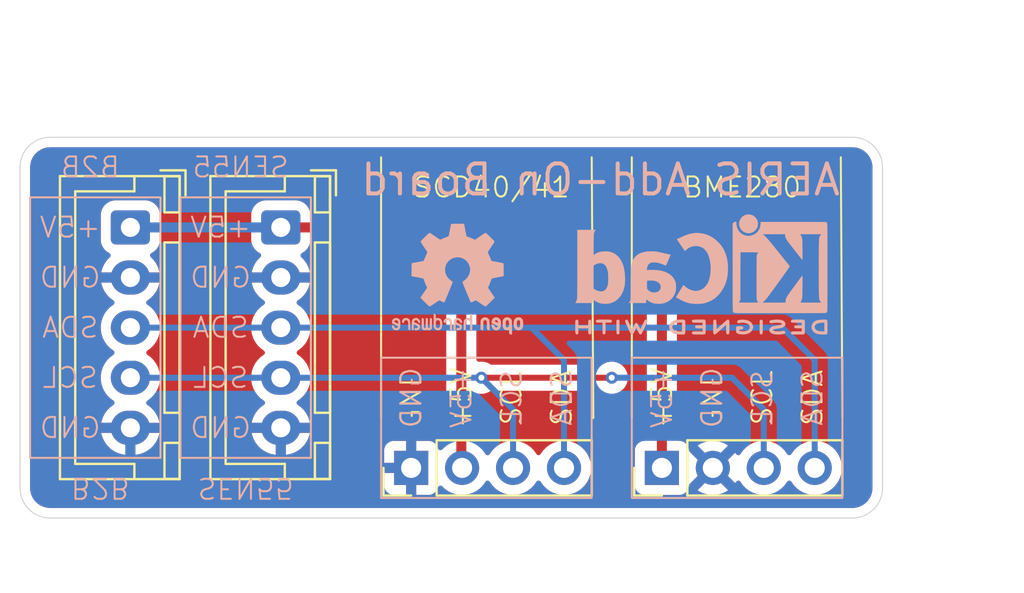
<source format=kicad_pcb>
(kicad_pcb (version 20241229) (generator "pcbnew") (generator_version "9.0")
  (layers (0 "F.Cu" signal) (2 "B.Cu" signal) (13 "F.Paste" user) (15 "B.Paste" user) (5 "F.SilkS" user "F.Silkscreen") (7 "B.SilkS" user "B.Silkscreen") (1 "F.Mask" user) (3 "B.Mask" user) (25 "Edge.Cuts" user))
  (net 0 "")
  (net 1 "/GND")
  (net 2 "/+5V")
  (net 3 "/SDA")
  (net 4 "/SCL")
  (footprint "Connector_PinHeader_2.54mm:PinHeader_1x04_P2.54mm_Vertical" (layer "F.Cu") (at 132 117 90)
    (property "Reference" "J3" (hide yes))
    (property "Value" "Conn_01x04_Pin")
    (pad "1" thru_hole rect (at 0 0 90) (size 1.7 1.7) (drill 1) (layers "*.Cu" "*.Mask") (net 2 "/+5V"))
    (pad "2" thru_hole circle (at 0 2.54 90) (size 1.7 1.7) (drill 1) (layers "*.Cu" "*.Mask") (net 1 "/GND"))
    (pad "3" thru_hole circle (at 0 5.08 90) (size 1.7 1.7) (drill 1) (layers "*.Cu" "*.Mask") (net 4 "/SCL"))
    (pad "4" thru_hole circle (at 0 7.62 90) (size 1.7 1.7) (drill 1) (layers "*.Cu" "*.Mask") (net 3 "/SDA"))
  )
  (footprint "Connector_JST:JST_XH_B5B-XH-A_1x05_P2.50mm_Vertical" (layer "F.Cu") (at 113 105 -90)
    (property "Reference" "J2" (hide yes))
    (property "Value" "Conn_01x05_Socket")
    (pad "1" thru_hole roundrect (at 0 0 270) (size 1.7 1.95) (drill 0.95) (layers "*.Cu" "*.Mask") (roundrect_rratio 0.147059) (net 2 "/+5V"))
    (pad "2" thru_hole oval (at 2.5 0 270) (size 1.7 1.95) (drill 0.95) (layers "*.Cu" "*.Mask") (net 1 "/GND"))
    (pad "3" thru_hole oval (at 5 0 270) (size 1.7 1.95) (drill 0.95) (layers "*.Cu" "*.Mask") (net 3 "/SDA"))
    (pad "4" thru_hole oval (at 7.5 0 270) (size 1.7 1.95) (drill 0.95) (layers "*.Cu" "*.Mask") (net 4 "/SCL"))
    (pad "5" thru_hole oval (at 10 0 270) (size 1.7 1.95) (drill 0.95) (layers "*.Cu" "*.Mask") (net 1 "/GND"))
  )
  (footprint "Connector_PinHeader_2.54mm:PinHeader_1x04_P2.54mm_Vertical" (layer "F.Cu") (at 119.5 117 90)
    (property "Reference" "J4" (hide yes))
    (property "Value" "Conn_01x04_Pin")
    (pad "1" thru_hole rect (at 0 0 90) (size 1.7 1.7) (drill 1) (layers "*.Cu" "*.Mask") (net 1 "/GND"))
    (pad "2" thru_hole circle (at 0 2.54 90) (size 1.7 1.7) (drill 1) (layers "*.Cu" "*.Mask") (net 2 "/+5V"))
    (pad "3" thru_hole circle (at 0 5.08 90) (size 1.7 1.7) (drill 1) (layers "*.Cu" "*.Mask") (net 4 "/SCL"))
    (pad "4" thru_hole circle (at 0 7.62 90) (size 1.7 1.7) (drill 1) (layers "*.Cu" "*.Mask") (net 3 "/SDA"))
  )
  (footprint "Connector_JST:JST_XH_B5B-XH-A_1x05_P2.50mm_Vertical" (layer "F.Cu") (at 105.5 105 -90)
    (property "Reference" "J1" (hide yes))
    (property "Value" "Conn_01x05_Socket")
    (pad "1" thru_hole roundrect (at 0 0 270) (size 1.7 1.95) (drill 0.95) (layers "*.Cu" "*.Mask") (roundrect_rratio 0.147059) (net 2 "/+5V"))
    (pad "2" thru_hole oval (at 2.5 0 270) (size 1.7 1.95) (drill 0.95) (layers "*.Cu" "*.Mask") (net 1 "/GND"))
    (pad "3" thru_hole oval (at 5 0 270) (size 1.7 1.95) (drill 0.95) (layers "*.Cu" "*.Mask") (net 3 "/SDA"))
    (pad "4" thru_hole oval (at 7.5 0 270) (size 1.7 1.95) (drill 0.95) (layers "*.Cu" "*.Mask") (net 4 "/SCL"))
    (pad "5" thru_hole oval (at 10 0 270) (size 1.7 1.95) (drill 0.95) (layers "*.Cu" "*.Mask") (net 1 "/GND"))
  )
  (footprint "Symbol:KiCad-Logo2_5mm_SilkScreen" (layer "B.Cu") (at 133.975796 107.334319 180)
    (property "Reference" "REF**" (hide yes))
    (property "Value" "KiCad-Logo2_5mm_SilkScreen" (hide yes))
  )
  (footprint "Symbol:OSHW-Logo2_7.3x6mm_SilkScreen" (layer "B.Cu") (at 121.813006 107.576766 180)
    (property "Reference" "REF**" (hide yes))
    (property "Value" "OSHW-Logo2_7.3x6mm_SilkScreen" (hide yes))
  )
  (gr_line (start 130.5 114.5) (end 130.5 101.5) (stroke (width 0.1)) (layer "F.SilkS"))
  (gr_line (start 140.92 101.5) (end 141 114.5) (stroke (width 0.1)) (layer "F.SilkS"))
  (gr_line (start 118 114.5) (end 118 101.5) (stroke (width 0.1)) (layer "F.SilkS"))
  (gr_line (start 128.501564 101.5) (end 128.581564 114.514858) (stroke (width 0.1)) (layer "F.SilkS"))
  (gr_rect (start 100.5 103.5) (end 107 116.5) (stroke (width 0.1)) (fill no) (layer "B.SilkS"))
  (gr_rect (start 118 111.5) (end 128.5 118.5) (stroke (width 0.1)) (fill no) (layer "B.SilkS"))
  (gr_rect (start 130.5 111.5) (end 141 118.5) (stroke (width 0.1)) (fill no) (layer "B.SilkS"))
  (gr_rect (start 108 103.5) (end 114.5 116.5) (stroke (width 0.1)) (fill no) (layer "B.SilkS"))
  (gr_arc (start 143 118) (mid 142.56066 119.06066) (end 141.5 119.5) (stroke (width 0.05)) (layer "Edge.Cuts"))
  (gr_arc (start 101.5 119.5) (mid 100.43934 119.06066) (end 100 118) (stroke (width 0.05)) (layer "Edge.Cuts"))
  (gr_line (start 143 118) (end 143 102) (stroke (width 0.05)) (layer "Edge.Cuts"))
  (gr_line (start 141.5 100.5) (end 101.5 100.5) (stroke (width 0.05)) (layer "Edge.Cuts"))
  (gr_arc (start 100 102) (mid 100.43934 100.93934) (end 101.5 100.5) (stroke (width 0.05)) (layer "Edge.Cuts"))
  (gr_line (start 100 102) (end 100 118) (stroke (width 0.05)) (layer "Edge.Cuts"))
  (gr_line (start 101.5 119.5) (end 141.5 119.5) (stroke (width 0.05)) (layer "Edge.Cuts"))
  (gr_arc (start 141.5 100.5) (mid 142.56066 100.93934) (end 143 102) (stroke (width 0.05)) (layer "Edge.Cuts"))
  (gr_text "SDA" (at 139.5 113.5 90) (layer "F.SilkS") (effects (font (size 1 1) (thickness 0.1))))
  (gr_text "SCD40/41" (at 123.5 103 0) (layer "F.SilkS") (effects (font (size 1 1) (thickness 0.1))))
  (gr_text "SCL\n" (at 124.5 113.5 90) (layer "F.SilkS") (effects (font (size 1 1) (thickness 0.1))))
  (gr_text "+5V" (at 132 113.5 90) (layer "F.SilkS") (effects (font (size 1 1) (thickness 0.1))))
  (gr_text "SDA" (at 127 113.5 90) (layer "F.SilkS") (effects (font (size 1 1) (thickness 0.1))))
  (gr_text "GND" (at 134.5 113.5 90) (layer "F.SilkS") (effects (font (size 1 1) (thickness 0.1))))
  (gr_text "GND" (at 119.5 113.5 90) (layer "F.SilkS") (effects (font (size 1 1) (thickness 0.1))))
  (gr_text "+5V" (at 122 113.5 90) (layer "F.SilkS") (effects (font (size 1 1) (thickness 0.1))))
  (gr_text "BME280" (at 136 103 0) (layer "F.SilkS") (effects (font (size 1 1) (thickness 0.1))))
  (gr_text "SCL\n" (at 137 113.5 90) (layer "F.SilkS") (effects (font (size 1 1) (thickness 0.1))))
  (gr_text "AERIS Add-On Board" (at 141 103.5 0) (layer "B.SilkS") (effects (font (size 1.5 1.5) (thickness 0.2) (bold yes)) (justify left bottom mirror)))
  (gr_text "+5V" (at 132 113.5 -270) (layer "B.SilkS") (effects (font (size 1 1) (thickness 0.1)) (justify mirror)))
  (gr_text "GND" (at 102.5 107.5 0) (layer "B.SilkS") (effects (font (size 1 1) (thickness 0.1)) (justify mirror)))
  (gr_text "SCL\n" (at 124.5 113.5 90) (layer "B.SilkS") (effects (font (size 1 1) (thickness 0.1)) (justify mirror)))
  (gr_text "SEN55" (at 111.25 118 180) (layer "B.SilkS") (effects (font (size 1 1) (thickness 0.1)) (justify mirror)))
  (gr_text "B2B" (at 103.5 102 0) (layer "B.SilkS") (effects (font (size 1 1) (thickness 0.1)) (justify mirror)))
  (gr_text "SCL\n" (at 102.5 112.5 0) (layer "B.SilkS") (effects (font (size 1 1) (thickness 0.1)) (justify mirror)))
  (gr_text "+5V" (at 122 113.5 90) (layer "B.SilkS") (effects (font (size 1 1) (thickness 0.1)) (justify mirror)))
  (gr_text "B2B" (at 104 118 180) (layer "B.SilkS") (effects (font (size 1 1) (thickness 0.1)) (justify mirror)))
  (gr_text "SDA" (at 139.5 113.5 -270) (layer "B.SilkS") (effects (font (size 1 1) (thickness 0.1)) (justify mirror)))
  (gr_text "+5V" (at 102.5 105 0) (layer "B.SilkS") (effects (font (size 1 1) (thickness 0.1)) (justify mirror)))
  (gr_text "SDA" (at 127 113.5 90) (layer "B.SilkS") (effects (font (size 1 1) (thickness 0.1)) (justify mirror)))
  (gr_text "SDA" (at 110 110 0) (layer "B.SilkS") (effects (font (size 1 1) (thickness 0.1)) (justify mirror)))
  (gr_text "+5V" (at 110 105 0) (layer "B.SilkS") (effects (font (size 1 1) (thickness 0.1)) (justify mirror)))
  (gr_text "GND" (at 119.5 113.5 90) (layer "B.SilkS") (effects (font (size 1 1) (thickness 0.1)) (justify mirror)))
  (gr_text "SDA" (at 102.5 110 0) (layer "B.SilkS") (effects (font (size 1 1) (thickness 0.1)) (justify mirror)))
  (gr_text "GND" (at 102.5 115 0) (layer "B.SilkS") (effects (font (size 1 1) (thickness 0.1)) (justify mirror)))
  (gr_text "SCL\n" (at 110 112.5 0) (layer "B.SilkS") (effects (font (size 1 1) (thickness 0.1)) (justify mirror)))
  (gr_text "GND" (at 134.5 113.5 -270) (layer "B.SilkS") (effects (font (size 1 1) (thickness 0.1)) (justify mirror)))
  (gr_text "SEN55" (at 111 102 0) (layer "B.SilkS") (effects (font (size 1 1) (thickness 0.1)) (justify mirror)))
  (gr_text "SCL\n" (at 137 113.5 -270) (layer "B.SilkS") (effects (font (size 1 1) (thickness 0.1)) (justify mirror)))
  (gr_text "GND" (at 110 107.5 0) (layer "B.SilkS") (effects (font (size 1 1) (thickness 0.1)) (justify mirror)))
  (gr_text "GND" (at 110 115 0) (layer "B.SilkS") (effects (font (size 1 1) (thickness 0.1)) (justify mirror)))
  (segment (start 130.5 105) (end 132 106.5) (width 0.5) (layer "F.Cu") (net 2))
  (segment (start 113 105) (end 120.5 105) (width 0.5) (layer "F.Cu") (net 2))
  (segment (start 120.5 105) (end 122 106.5) (width 0.5) (layer "F.Cu") (net 2))
  (segment (start 132 106.5) (end 132 117) (width 0.5) (layer "F.Cu") (net 2))
  (segment (start 122 107.5) (end 122 116.92) (width 0.5) (layer "F.Cu") (net 2))
  (segment (start 122 116.92) (end 121.92 117) (width 0.3) (layer "F.Cu") (net 2))
  (segment (start 132 116.96) (end 131.96 117) (width 0.5) (layer "F.Cu") (net 2))
  (segment (start 122 106.5) (end 122 107.5) (width 0.5) (layer "F.Cu") (net 2))
  (segment (start 120.5 105) (end 130.5 105) (width 0.5) (layer "F.Cu") (net 2))
  (segment (start 105.5 105) (end 113 105) (width 0.5) (layer "B.Cu") (net 2))
  (segment (start 138 110) (end 139.62 111.62) (width 0.3) (layer "B.Cu") (net 3))
  (segment (start 125.5 110) (end 138 110) (width 0.3) (layer "B.Cu") (net 3))
  (segment (start 125.5 110) (end 127.12 111.62) (width 0.3) (layer "B.Cu") (net 3))
  (segment (start 105.5 110) (end 113 110) (width 0.3) (layer "B.Cu") (net 3))
  (segment (start 140 116.92) (end 140.08 117) (width 0.3) (layer "B.Cu") (net 3))
  (segment (start 139.62 111.62) (end 139.62 117) (width 0.3) (layer "B.Cu") (net 3))
  (segment (start 113 110) (end 125.5 110) (width 0.3) (layer "B.Cu") (net 3))
  (segment (start 127.12 111.62) (end 127.12 117) (width 0.3) (layer "B.Cu") (net 3))
  (segment (start 123 112.5) (end 129.5 112.5) (width 0.3) (layer "F.Cu") (net 4))
  (via (at 129.5 112.5) (size 0.6) (drill 0.3) (layers "F.Cu" "B.Cu") (net 4))
  (via (at 123 112.5) (size 0.6) (drill 0.3) (layers "F.Cu" "B.Cu") (net 4))
  (segment (start 129.5 112.5) (end 135.5 112.5) (width 0.3) (layer "B.Cu") (net 4))
  (segment (start 123 112.5) (end 124.58 114.08) (width 0.3) (layer "B.Cu") (net 4))
  (segment (start 135.5 112.5) (end 137.08 114.08) (width 0.3) (layer "B.Cu") (net 4))
  (segment (start 105.5 112.5) (end 113 112.5) (width 0.3) (layer "B.Cu") (net 4))
  (segment (start 137.5 116.96) (end 137.54 117) (width 0.3) (layer "B.Cu") (net 4))
  (segment (start 137.08 114.08) (end 137.08 117) (width 0.3) (layer "B.Cu") (net 4))
  (segment (start 124.58 114.08) (end 124.58 117) (width 0.3) (layer "B.Cu") (net 4))
  (segment (start 124.5 116.96) (end 124.46 117) (width 0.3) (layer "B.Cu") (net 4))
  (segment (start 113 112.5) (end 123 112.5) (width 0.3) (layer "B.Cu") (net 4))
  (zone (net 1) (net_name "/GND") (layers "F.Cu" "B.Cu") (connect_pads (clearance 0.5)) (min_thickness 0.25) (fill yes (thermal_gap 0.5) (thermal_bridge_width 0.5))
    (polygon (pts (xy 99 99.5) (xy 144 99.5) (xy 144 120.5) (xy 99 120.5)))
  )
)
</source>
